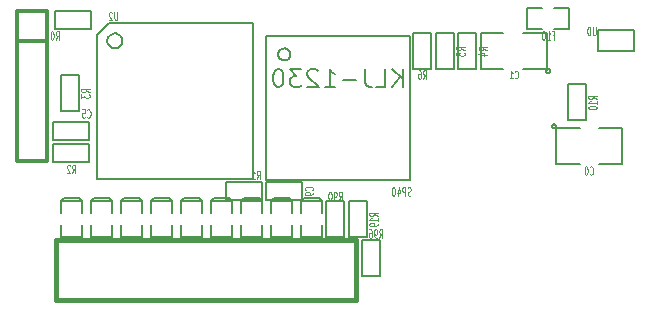
<source format=gbo>
G04 (created by PCBNEW-RS274X (2012-01-19 BZR 3256)-stable) date 26/03/2013 21:56:11*
G01*
G70*
G90*
%MOIN*%
G04 Gerber Fmt 3.4, Leading zero omitted, Abs format*
%FSLAX34Y34*%
G04 APERTURE LIST*
%ADD10C,0.006000*%
%ADD11C,0.005000*%
%ADD12C,0.012000*%
%ADD13C,0.015000*%
%ADD14C,0.004500*%
G04 APERTURE END LIST*
G54D10*
G54D11*
X89650Y-66250D02*
X88450Y-66250D01*
X88450Y-66250D02*
X88450Y-66850D01*
X88450Y-66850D02*
X89650Y-66850D01*
X89650Y-66850D02*
X89650Y-66250D01*
X100700Y-61900D02*
X100700Y-61200D01*
X100700Y-61200D02*
X99500Y-61200D01*
X99500Y-61200D02*
X99500Y-61900D01*
X99500Y-61900D02*
X100700Y-61900D01*
X98120Y-64400D02*
X98118Y-64413D01*
X98114Y-64426D01*
X98108Y-64438D01*
X98099Y-64449D01*
X98089Y-64458D01*
X98077Y-64464D01*
X98064Y-64468D01*
X98050Y-64469D01*
X98037Y-64468D01*
X98024Y-64464D01*
X98012Y-64458D01*
X98002Y-64450D01*
X97993Y-64439D01*
X97986Y-64427D01*
X97982Y-64414D01*
X97981Y-64400D01*
X97982Y-64388D01*
X97985Y-64375D01*
X97992Y-64363D01*
X98000Y-64352D01*
X98011Y-64343D01*
X98022Y-64336D01*
X98035Y-64332D01*
X98049Y-64331D01*
X98062Y-64332D01*
X98075Y-64335D01*
X98087Y-64341D01*
X98098Y-64350D01*
X98107Y-64360D01*
X98113Y-64372D01*
X98118Y-64385D01*
X98119Y-64399D01*
X98120Y-64400D01*
X99550Y-64450D02*
X100300Y-64450D01*
X100300Y-64450D02*
X100300Y-65650D01*
X100300Y-65650D02*
X99550Y-65650D01*
X98900Y-65650D02*
X98100Y-65650D01*
X98100Y-65650D02*
X98100Y-64450D01*
X98100Y-64450D02*
X98900Y-64450D01*
X97650Y-61150D02*
X97150Y-61150D01*
X97150Y-61150D02*
X97150Y-60450D01*
X97150Y-60450D02*
X97650Y-60450D01*
X98050Y-61150D02*
X98550Y-61150D01*
X98550Y-61150D02*
X98550Y-60450D01*
X98550Y-60450D02*
X98050Y-60450D01*
X91800Y-68100D02*
X91800Y-66900D01*
X91800Y-66900D02*
X91200Y-66900D01*
X91200Y-66900D02*
X91200Y-68100D01*
X91200Y-68100D02*
X91800Y-68100D01*
X91050Y-68100D02*
X91050Y-66900D01*
X91050Y-66900D02*
X90450Y-66900D01*
X90450Y-66900D02*
X90450Y-68100D01*
X90450Y-68100D02*
X91050Y-68100D01*
X99100Y-64200D02*
X99100Y-63000D01*
X99100Y-63000D02*
X98500Y-63000D01*
X98500Y-63000D02*
X98500Y-64200D01*
X98500Y-64200D02*
X99100Y-64200D01*
X81400Y-61150D02*
X82600Y-61150D01*
X82600Y-61150D02*
X82600Y-60550D01*
X82600Y-60550D02*
X81400Y-60550D01*
X81400Y-60550D02*
X81400Y-61150D01*
G54D12*
X81150Y-60550D02*
X80150Y-60550D01*
X80150Y-60550D02*
X80150Y-65550D01*
X80150Y-65550D02*
X81150Y-65550D01*
X81150Y-65550D02*
X81150Y-60550D01*
X81150Y-61550D02*
X80150Y-61550D01*
G54D13*
X91450Y-70200D02*
X81450Y-70200D01*
X91450Y-68200D02*
X81450Y-68200D01*
X81450Y-70200D02*
X81450Y-68200D01*
X91450Y-68200D02*
X91450Y-70200D01*
G54D11*
X82800Y-66150D02*
X88000Y-66150D01*
X88000Y-66150D02*
X88000Y-60950D01*
X88000Y-60950D02*
X83200Y-60950D01*
X83200Y-60950D02*
X82800Y-61350D01*
X82800Y-61350D02*
X82800Y-66150D01*
X83650Y-61550D02*
X83645Y-61598D01*
X83631Y-61645D01*
X83608Y-61688D01*
X83577Y-61726D01*
X83539Y-61757D01*
X83496Y-61780D01*
X83450Y-61794D01*
X83401Y-61799D01*
X83354Y-61795D01*
X83307Y-61781D01*
X83264Y-61759D01*
X83226Y-61728D01*
X83194Y-61691D01*
X83171Y-61648D01*
X83156Y-61601D01*
X83151Y-61553D01*
X83155Y-61505D01*
X83168Y-61458D01*
X83190Y-61415D01*
X83221Y-61377D01*
X83258Y-61345D01*
X83300Y-61321D01*
X83347Y-61306D01*
X83395Y-61301D01*
X83443Y-61304D01*
X83490Y-61317D01*
X83533Y-61339D01*
X83572Y-61369D01*
X83604Y-61406D01*
X83628Y-61449D01*
X83643Y-61495D01*
X83649Y-61544D01*
X83650Y-61550D01*
X85600Y-66900D02*
X85700Y-66800D01*
X85700Y-66800D02*
X86200Y-66800D01*
X86200Y-66800D02*
X86300Y-66900D01*
X85600Y-67300D02*
X85600Y-66900D01*
X85600Y-66900D02*
X86300Y-66900D01*
X86300Y-66900D02*
X86300Y-67300D01*
X85600Y-67700D02*
X85600Y-68100D01*
X85600Y-68100D02*
X86300Y-68100D01*
X86300Y-68100D02*
X86300Y-67700D01*
X83600Y-66900D02*
X83700Y-66800D01*
X83700Y-66800D02*
X84200Y-66800D01*
X84200Y-66800D02*
X84300Y-66900D01*
X83600Y-67300D02*
X83600Y-66900D01*
X83600Y-66900D02*
X84300Y-66900D01*
X84300Y-66900D02*
X84300Y-67300D01*
X83600Y-67700D02*
X83600Y-68100D01*
X83600Y-68100D02*
X84300Y-68100D01*
X84300Y-68100D02*
X84300Y-67700D01*
X84600Y-66900D02*
X84700Y-66800D01*
X84700Y-66800D02*
X85200Y-66800D01*
X85200Y-66800D02*
X85300Y-66900D01*
X84600Y-67300D02*
X84600Y-66900D01*
X84600Y-66900D02*
X85300Y-66900D01*
X85300Y-66900D02*
X85300Y-67300D01*
X84600Y-67700D02*
X84600Y-68100D01*
X84600Y-68100D02*
X85300Y-68100D01*
X85300Y-68100D02*
X85300Y-67700D01*
X86600Y-66900D02*
X86700Y-66800D01*
X86700Y-66800D02*
X87200Y-66800D01*
X87200Y-66800D02*
X87300Y-66900D01*
X86600Y-67300D02*
X86600Y-66900D01*
X86600Y-66900D02*
X87300Y-66900D01*
X87300Y-66900D02*
X87300Y-67300D01*
X86600Y-67700D02*
X86600Y-68100D01*
X86600Y-68100D02*
X87300Y-68100D01*
X87300Y-68100D02*
X87300Y-67700D01*
X87600Y-66900D02*
X87700Y-66800D01*
X87700Y-66800D02*
X88200Y-66800D01*
X88200Y-66800D02*
X88300Y-66900D01*
X87600Y-67300D02*
X87600Y-66900D01*
X87600Y-66900D02*
X88300Y-66900D01*
X88300Y-66900D02*
X88300Y-67300D01*
X87600Y-67700D02*
X87600Y-68100D01*
X87600Y-68100D02*
X88300Y-68100D01*
X88300Y-68100D02*
X88300Y-67700D01*
X81600Y-66900D02*
X81700Y-66800D01*
X81700Y-66800D02*
X82200Y-66800D01*
X82200Y-66800D02*
X82300Y-66900D01*
X81600Y-67300D02*
X81600Y-66900D01*
X81600Y-66900D02*
X82300Y-66900D01*
X82300Y-66900D02*
X82300Y-67300D01*
X81600Y-67700D02*
X81600Y-68100D01*
X81600Y-68100D02*
X82300Y-68100D01*
X82300Y-68100D02*
X82300Y-67700D01*
X82600Y-66900D02*
X82700Y-66800D01*
X82700Y-66800D02*
X83200Y-66800D01*
X83200Y-66800D02*
X83300Y-66900D01*
X82600Y-67300D02*
X82600Y-66900D01*
X82600Y-66900D02*
X83300Y-66900D01*
X83300Y-66900D02*
X83300Y-67300D01*
X82600Y-67700D02*
X82600Y-68100D01*
X82600Y-68100D02*
X83300Y-68100D01*
X83300Y-68100D02*
X83300Y-67700D01*
X89600Y-66900D02*
X89700Y-66800D01*
X89700Y-66800D02*
X90200Y-66800D01*
X90200Y-66800D02*
X90300Y-66900D01*
X89600Y-67300D02*
X89600Y-66900D01*
X89600Y-66900D02*
X90300Y-66900D01*
X90300Y-66900D02*
X90300Y-67300D01*
X89600Y-67700D02*
X89600Y-68100D01*
X89600Y-68100D02*
X90300Y-68100D01*
X90300Y-68100D02*
X90300Y-67700D01*
X88600Y-66900D02*
X88700Y-66800D01*
X88700Y-66800D02*
X89200Y-66800D01*
X89200Y-66800D02*
X89300Y-66900D01*
X88600Y-67300D02*
X88600Y-66900D01*
X88600Y-66900D02*
X89300Y-66900D01*
X89300Y-66900D02*
X89300Y-67300D01*
X88600Y-67700D02*
X88600Y-68100D01*
X88600Y-68100D02*
X89300Y-68100D01*
X89300Y-68100D02*
X89300Y-67700D01*
X81350Y-64850D02*
X82550Y-64850D01*
X82550Y-64850D02*
X82550Y-64250D01*
X82550Y-64250D02*
X81350Y-64250D01*
X81350Y-64250D02*
X81350Y-64850D01*
X82200Y-63900D02*
X82200Y-62700D01*
X82200Y-62700D02*
X81600Y-62700D01*
X81600Y-62700D02*
X81600Y-63900D01*
X81600Y-63900D02*
X82200Y-63900D01*
X97920Y-62550D02*
X97918Y-62563D01*
X97914Y-62576D01*
X97908Y-62588D01*
X97899Y-62599D01*
X97889Y-62608D01*
X97877Y-62614D01*
X97864Y-62618D01*
X97850Y-62619D01*
X97837Y-62618D01*
X97824Y-62614D01*
X97812Y-62608D01*
X97802Y-62600D01*
X97793Y-62589D01*
X97786Y-62577D01*
X97782Y-62564D01*
X97781Y-62550D01*
X97782Y-62538D01*
X97785Y-62525D01*
X97792Y-62513D01*
X97800Y-62502D01*
X97811Y-62493D01*
X97822Y-62486D01*
X97835Y-62482D01*
X97849Y-62481D01*
X97862Y-62482D01*
X97875Y-62485D01*
X97887Y-62491D01*
X97898Y-62500D01*
X97907Y-62510D01*
X97913Y-62522D01*
X97918Y-62535D01*
X97919Y-62549D01*
X97920Y-62550D01*
X96350Y-62500D02*
X95600Y-62500D01*
X95600Y-62500D02*
X95600Y-61300D01*
X95600Y-61300D02*
X96350Y-61300D01*
X97000Y-61300D02*
X97800Y-61300D01*
X97800Y-61300D02*
X97800Y-62500D01*
X97800Y-62500D02*
X97000Y-62500D01*
X92250Y-69400D02*
X92250Y-68200D01*
X92250Y-68200D02*
X91650Y-68200D01*
X91650Y-68200D02*
X91650Y-69400D01*
X91650Y-69400D02*
X92250Y-69400D01*
X89250Y-62000D02*
X89246Y-62038D01*
X89234Y-62076D01*
X89216Y-62110D01*
X89191Y-62140D01*
X89161Y-62165D01*
X89127Y-62184D01*
X89090Y-62195D01*
X89051Y-62199D01*
X89013Y-62196D01*
X88976Y-62185D01*
X88941Y-62167D01*
X88911Y-62142D01*
X88885Y-62112D01*
X88867Y-62078D01*
X88855Y-62041D01*
X88851Y-62002D01*
X88854Y-61964D01*
X88865Y-61927D01*
X88882Y-61892D01*
X88907Y-61862D01*
X88936Y-61836D01*
X88970Y-61817D01*
X89008Y-61805D01*
X89046Y-61801D01*
X89084Y-61804D01*
X89122Y-61814D01*
X89157Y-61832D01*
X89187Y-61856D01*
X89213Y-61885D01*
X89232Y-61919D01*
X89245Y-61956D01*
X89249Y-61995D01*
X89250Y-62000D01*
X93250Y-61400D02*
X88450Y-61400D01*
X88450Y-61400D02*
X88450Y-66200D01*
X88450Y-66200D02*
X93250Y-66200D01*
X93250Y-66200D02*
X93250Y-61400D01*
X95450Y-62500D02*
X95450Y-61300D01*
X95450Y-61300D02*
X94850Y-61300D01*
X94850Y-61300D02*
X94850Y-62500D01*
X94850Y-62500D02*
X95450Y-62500D01*
X94700Y-62500D02*
X94700Y-61300D01*
X94700Y-61300D02*
X94100Y-61300D01*
X94100Y-61300D02*
X94100Y-62500D01*
X94100Y-62500D02*
X94700Y-62500D01*
X93950Y-62500D02*
X93950Y-61300D01*
X93950Y-61300D02*
X93350Y-61300D01*
X93350Y-61300D02*
X93350Y-62500D01*
X93350Y-62500D02*
X93950Y-62500D01*
X82550Y-65000D02*
X81350Y-65000D01*
X81350Y-65000D02*
X81350Y-65600D01*
X81350Y-65600D02*
X82550Y-65600D01*
X82550Y-65600D02*
X82550Y-65000D01*
X88300Y-66250D02*
X87100Y-66250D01*
X87100Y-66250D02*
X87100Y-66850D01*
X87100Y-66850D02*
X88300Y-66850D01*
X88300Y-66850D02*
X88300Y-66250D01*
G54D14*
X89987Y-66521D02*
X90000Y-66512D01*
X90013Y-66486D01*
X90013Y-66469D01*
X90000Y-66444D01*
X89973Y-66426D01*
X89947Y-66418D01*
X89893Y-66409D01*
X89853Y-66409D01*
X89800Y-66418D01*
X89773Y-66426D01*
X89747Y-66444D01*
X89733Y-66469D01*
X89733Y-66486D01*
X89747Y-66512D01*
X89760Y-66521D01*
X90013Y-66606D02*
X90013Y-66641D01*
X90000Y-66658D01*
X89987Y-66666D01*
X89947Y-66684D01*
X89893Y-66692D01*
X89787Y-66692D01*
X89760Y-66684D01*
X89747Y-66675D01*
X89733Y-66658D01*
X89733Y-66624D01*
X89747Y-66606D01*
X89760Y-66598D01*
X89787Y-66589D01*
X89853Y-66589D01*
X89880Y-66598D01*
X89893Y-66606D01*
X89907Y-66624D01*
X89907Y-66658D01*
X89893Y-66675D01*
X89880Y-66684D01*
X89853Y-66692D01*
X99437Y-61083D02*
X99437Y-61310D01*
X99429Y-61337D01*
X99420Y-61350D01*
X99403Y-61363D01*
X99369Y-61363D01*
X99351Y-61350D01*
X99343Y-61337D01*
X99334Y-61310D01*
X99334Y-61083D01*
X99214Y-61083D02*
X99197Y-61083D01*
X99180Y-61097D01*
X99171Y-61110D01*
X99162Y-61137D01*
X99154Y-61190D01*
X99154Y-61257D01*
X99162Y-61310D01*
X99171Y-61337D01*
X99180Y-61350D01*
X99197Y-61363D01*
X99214Y-61363D01*
X99231Y-61350D01*
X99240Y-61337D01*
X99248Y-61310D01*
X99257Y-61257D01*
X99257Y-61190D01*
X99248Y-61137D01*
X99240Y-61110D01*
X99231Y-61097D01*
X99214Y-61083D01*
X99229Y-65987D02*
X99238Y-66000D01*
X99264Y-66013D01*
X99281Y-66013D01*
X99306Y-66000D01*
X99324Y-65973D01*
X99332Y-65947D01*
X99341Y-65893D01*
X99341Y-65853D01*
X99332Y-65800D01*
X99324Y-65773D01*
X99306Y-65747D01*
X99281Y-65733D01*
X99264Y-65733D01*
X99238Y-65747D01*
X99229Y-65760D01*
X99118Y-65733D02*
X99101Y-65733D01*
X99084Y-65747D01*
X99075Y-65760D01*
X99066Y-65787D01*
X99058Y-65840D01*
X99058Y-65907D01*
X99066Y-65960D01*
X99075Y-65987D01*
X99084Y-66000D01*
X99101Y-66013D01*
X99118Y-66013D01*
X99135Y-66000D01*
X99144Y-65987D01*
X99152Y-65960D01*
X99161Y-65907D01*
X99161Y-65840D01*
X99152Y-65787D01*
X99144Y-65760D01*
X99135Y-65747D01*
X99118Y-65733D01*
X97995Y-61367D02*
X98055Y-61367D01*
X98055Y-61513D02*
X98055Y-61233D01*
X97969Y-61233D01*
X97807Y-61513D02*
X97910Y-61513D01*
X97858Y-61513D02*
X97858Y-61233D01*
X97875Y-61273D01*
X97893Y-61300D01*
X97910Y-61313D01*
X97696Y-61233D02*
X97679Y-61233D01*
X97662Y-61247D01*
X97653Y-61260D01*
X97644Y-61287D01*
X97636Y-61340D01*
X97636Y-61407D01*
X97644Y-61460D01*
X97653Y-61487D01*
X97662Y-61500D01*
X97679Y-61513D01*
X97696Y-61513D01*
X97713Y-61500D01*
X97722Y-61487D01*
X97730Y-61460D01*
X97739Y-61407D01*
X97739Y-61340D01*
X97730Y-61287D01*
X97722Y-61260D01*
X97713Y-61247D01*
X97696Y-61233D01*
X92163Y-67385D02*
X92030Y-67325D01*
X92163Y-67282D02*
X91883Y-67282D01*
X91883Y-67350D01*
X91897Y-67368D01*
X91910Y-67376D01*
X91937Y-67385D01*
X91977Y-67385D01*
X92003Y-67376D01*
X92017Y-67368D01*
X92030Y-67350D01*
X92030Y-67282D01*
X92163Y-67556D02*
X92163Y-67453D01*
X92163Y-67505D02*
X91883Y-67505D01*
X91923Y-67488D01*
X91950Y-67470D01*
X91963Y-67453D01*
X92163Y-67641D02*
X92163Y-67676D01*
X92150Y-67693D01*
X92137Y-67701D01*
X92097Y-67719D01*
X92043Y-67727D01*
X91937Y-67727D01*
X91910Y-67719D01*
X91897Y-67710D01*
X91883Y-67693D01*
X91883Y-67659D01*
X91897Y-67641D01*
X91910Y-67633D01*
X91937Y-67624D01*
X92003Y-67624D01*
X92030Y-67633D01*
X92043Y-67641D01*
X92057Y-67659D01*
X92057Y-67693D01*
X92043Y-67710D01*
X92030Y-67719D01*
X92003Y-67727D01*
X90865Y-66863D02*
X90925Y-66730D01*
X90968Y-66863D02*
X90968Y-66583D01*
X90900Y-66583D01*
X90882Y-66597D01*
X90874Y-66610D01*
X90865Y-66637D01*
X90865Y-66677D01*
X90874Y-66703D01*
X90882Y-66717D01*
X90900Y-66730D01*
X90968Y-66730D01*
X90780Y-66863D02*
X90745Y-66863D01*
X90728Y-66850D01*
X90720Y-66837D01*
X90702Y-66797D01*
X90694Y-66743D01*
X90694Y-66637D01*
X90702Y-66610D01*
X90711Y-66597D01*
X90728Y-66583D01*
X90762Y-66583D01*
X90780Y-66597D01*
X90788Y-66610D01*
X90797Y-66637D01*
X90797Y-66703D01*
X90788Y-66730D01*
X90780Y-66743D01*
X90762Y-66757D01*
X90728Y-66757D01*
X90711Y-66743D01*
X90702Y-66730D01*
X90694Y-66703D01*
X90583Y-66583D02*
X90566Y-66583D01*
X90549Y-66597D01*
X90540Y-66610D01*
X90531Y-66637D01*
X90523Y-66690D01*
X90523Y-66757D01*
X90531Y-66810D01*
X90540Y-66837D01*
X90549Y-66850D01*
X90566Y-66863D01*
X90583Y-66863D01*
X90600Y-66850D01*
X90609Y-66837D01*
X90617Y-66810D01*
X90626Y-66757D01*
X90626Y-66690D01*
X90617Y-66637D01*
X90609Y-66610D01*
X90600Y-66597D01*
X90583Y-66583D01*
X99463Y-63485D02*
X99330Y-63425D01*
X99463Y-63382D02*
X99183Y-63382D01*
X99183Y-63450D01*
X99197Y-63468D01*
X99210Y-63476D01*
X99237Y-63485D01*
X99277Y-63485D01*
X99303Y-63476D01*
X99317Y-63468D01*
X99330Y-63450D01*
X99330Y-63382D01*
X99463Y-63656D02*
X99463Y-63553D01*
X99463Y-63605D02*
X99183Y-63605D01*
X99223Y-63588D01*
X99250Y-63570D01*
X99263Y-63553D01*
X99183Y-63767D02*
X99183Y-63784D01*
X99197Y-63801D01*
X99210Y-63810D01*
X99237Y-63819D01*
X99290Y-63827D01*
X99357Y-63827D01*
X99410Y-63819D01*
X99437Y-63810D01*
X99450Y-63801D01*
X99463Y-63784D01*
X99463Y-63767D01*
X99450Y-63750D01*
X99437Y-63741D01*
X99410Y-63733D01*
X99357Y-63724D01*
X99290Y-63724D01*
X99237Y-63733D01*
X99210Y-63741D01*
X99197Y-63750D01*
X99183Y-63767D01*
X81429Y-61513D02*
X81489Y-61380D01*
X81532Y-61513D02*
X81532Y-61233D01*
X81464Y-61233D01*
X81446Y-61247D01*
X81438Y-61260D01*
X81429Y-61287D01*
X81429Y-61327D01*
X81438Y-61353D01*
X81446Y-61367D01*
X81464Y-61380D01*
X81532Y-61380D01*
X81318Y-61233D02*
X81301Y-61233D01*
X81284Y-61247D01*
X81275Y-61260D01*
X81266Y-61287D01*
X81258Y-61340D01*
X81258Y-61407D01*
X81266Y-61460D01*
X81275Y-61487D01*
X81284Y-61500D01*
X81301Y-61513D01*
X81318Y-61513D01*
X81335Y-61500D01*
X81344Y-61487D01*
X81352Y-61460D01*
X81361Y-61407D01*
X81361Y-61340D01*
X81352Y-61287D01*
X81344Y-61260D01*
X81335Y-61247D01*
X81318Y-61233D01*
X83487Y-60601D02*
X83487Y-60804D01*
X83479Y-60827D01*
X83470Y-60839D01*
X83453Y-60851D01*
X83419Y-60851D01*
X83401Y-60839D01*
X83393Y-60827D01*
X83384Y-60804D01*
X83384Y-60601D01*
X83307Y-60625D02*
X83298Y-60613D01*
X83281Y-60601D01*
X83238Y-60601D01*
X83221Y-60613D01*
X83212Y-60625D01*
X83204Y-60649D01*
X83204Y-60673D01*
X83212Y-60708D01*
X83315Y-60851D01*
X83204Y-60851D01*
X82479Y-64087D02*
X82488Y-64100D01*
X82514Y-64113D01*
X82531Y-64113D01*
X82556Y-64100D01*
X82574Y-64073D01*
X82582Y-64047D01*
X82591Y-63993D01*
X82591Y-63953D01*
X82582Y-63900D01*
X82574Y-63873D01*
X82556Y-63847D01*
X82531Y-63833D01*
X82514Y-63833D01*
X82488Y-63847D01*
X82479Y-63860D01*
X82316Y-63833D02*
X82402Y-63833D01*
X82411Y-63967D01*
X82402Y-63953D01*
X82385Y-63940D01*
X82342Y-63940D01*
X82325Y-63953D01*
X82316Y-63967D01*
X82308Y-63993D01*
X82308Y-64060D01*
X82316Y-64087D01*
X82325Y-64100D01*
X82342Y-64113D01*
X82385Y-64113D01*
X82402Y-64100D01*
X82411Y-64087D01*
X82563Y-63271D02*
X82430Y-63211D01*
X82563Y-63168D02*
X82283Y-63168D01*
X82283Y-63236D01*
X82297Y-63254D01*
X82310Y-63262D01*
X82337Y-63271D01*
X82377Y-63271D01*
X82403Y-63262D01*
X82417Y-63254D01*
X82430Y-63236D01*
X82430Y-63168D01*
X82283Y-63331D02*
X82283Y-63442D01*
X82390Y-63382D01*
X82390Y-63408D01*
X82403Y-63425D01*
X82417Y-63434D01*
X82443Y-63442D01*
X82510Y-63442D01*
X82537Y-63434D01*
X82550Y-63425D01*
X82563Y-63408D01*
X82563Y-63356D01*
X82550Y-63339D01*
X82537Y-63331D01*
X96729Y-62777D02*
X96738Y-62789D01*
X96764Y-62801D01*
X96781Y-62801D01*
X96806Y-62789D01*
X96824Y-62765D01*
X96832Y-62742D01*
X96841Y-62694D01*
X96841Y-62658D01*
X96832Y-62611D01*
X96824Y-62587D01*
X96806Y-62563D01*
X96781Y-62551D01*
X96764Y-62551D01*
X96738Y-62563D01*
X96729Y-62575D01*
X96558Y-62801D02*
X96661Y-62801D01*
X96609Y-62801D02*
X96609Y-62551D01*
X96626Y-62587D01*
X96644Y-62611D01*
X96661Y-62623D01*
X92215Y-68113D02*
X92275Y-67980D01*
X92318Y-68113D02*
X92318Y-67833D01*
X92250Y-67833D01*
X92232Y-67847D01*
X92224Y-67860D01*
X92215Y-67887D01*
X92215Y-67927D01*
X92224Y-67953D01*
X92232Y-67967D01*
X92250Y-67980D01*
X92318Y-67980D01*
X92130Y-68113D02*
X92095Y-68113D01*
X92078Y-68100D01*
X92070Y-68087D01*
X92052Y-68047D01*
X92044Y-67993D01*
X92044Y-67887D01*
X92052Y-67860D01*
X92061Y-67847D01*
X92078Y-67833D01*
X92112Y-67833D01*
X92130Y-67847D01*
X92138Y-67860D01*
X92147Y-67887D01*
X92147Y-67953D01*
X92138Y-67980D01*
X92130Y-67993D01*
X92112Y-68007D01*
X92078Y-68007D01*
X92061Y-67993D01*
X92052Y-67980D01*
X92044Y-67953D01*
X91890Y-67833D02*
X91924Y-67833D01*
X91941Y-67847D01*
X91950Y-67860D01*
X91967Y-67900D01*
X91976Y-67953D01*
X91976Y-68060D01*
X91967Y-68087D01*
X91959Y-68100D01*
X91941Y-68113D01*
X91907Y-68113D01*
X91890Y-68100D01*
X91881Y-68087D01*
X91873Y-68060D01*
X91873Y-67993D01*
X91881Y-67967D01*
X91890Y-67953D01*
X91907Y-67940D01*
X91941Y-67940D01*
X91959Y-67953D01*
X91967Y-67967D01*
X91976Y-67993D01*
X93262Y-66700D02*
X93236Y-66713D01*
X93193Y-66713D01*
X93176Y-66700D01*
X93167Y-66687D01*
X93159Y-66660D01*
X93159Y-66633D01*
X93167Y-66607D01*
X93176Y-66593D01*
X93193Y-66580D01*
X93227Y-66567D01*
X93245Y-66553D01*
X93253Y-66540D01*
X93262Y-66513D01*
X93262Y-66487D01*
X93253Y-66460D01*
X93245Y-66447D01*
X93227Y-66433D01*
X93185Y-66433D01*
X93159Y-66447D01*
X93082Y-66713D02*
X93082Y-66433D01*
X93014Y-66433D01*
X92996Y-66447D01*
X92988Y-66460D01*
X92979Y-66487D01*
X92979Y-66527D01*
X92988Y-66553D01*
X92996Y-66567D01*
X93014Y-66580D01*
X93082Y-66580D01*
X92825Y-66527D02*
X92825Y-66713D01*
X92868Y-66420D02*
X92911Y-66620D01*
X92799Y-66620D01*
X92697Y-66433D02*
X92680Y-66433D01*
X92663Y-66447D01*
X92654Y-66460D01*
X92645Y-66487D01*
X92637Y-66540D01*
X92637Y-66607D01*
X92645Y-66660D01*
X92654Y-66687D01*
X92663Y-66700D01*
X92680Y-66713D01*
X92697Y-66713D01*
X92714Y-66700D01*
X92723Y-66687D01*
X92731Y-66660D01*
X92740Y-66607D01*
X92740Y-66540D01*
X92731Y-66487D01*
X92723Y-66460D01*
X92714Y-66447D01*
X92697Y-66433D01*
G54D11*
X92992Y-63093D02*
X92992Y-62493D01*
X92649Y-63093D02*
X92906Y-62750D01*
X92649Y-62493D02*
X92992Y-62836D01*
X92106Y-63093D02*
X92392Y-63093D01*
X92392Y-62493D01*
X91735Y-62493D02*
X91735Y-62921D01*
X91763Y-63007D01*
X91820Y-63064D01*
X91906Y-63093D01*
X91963Y-63093D01*
X91449Y-62864D02*
X90992Y-62864D01*
X90392Y-63093D02*
X90735Y-63093D01*
X90563Y-63093D02*
X90563Y-62493D01*
X90620Y-62579D01*
X90678Y-62636D01*
X90735Y-62664D01*
X90164Y-62550D02*
X90135Y-62521D01*
X90078Y-62493D01*
X89935Y-62493D01*
X89878Y-62521D01*
X89849Y-62550D01*
X89821Y-62607D01*
X89821Y-62664D01*
X89849Y-62750D01*
X90192Y-63093D01*
X89821Y-63093D01*
X89621Y-62493D02*
X89250Y-62493D01*
X89450Y-62721D01*
X89364Y-62721D01*
X89307Y-62750D01*
X89278Y-62779D01*
X89250Y-62836D01*
X89250Y-62979D01*
X89278Y-63036D01*
X89307Y-63064D01*
X89364Y-63093D01*
X89536Y-63093D01*
X89593Y-63064D01*
X89621Y-63036D01*
X88879Y-62493D02*
X88822Y-62493D01*
X88765Y-62521D01*
X88736Y-62550D01*
X88707Y-62607D01*
X88679Y-62721D01*
X88679Y-62864D01*
X88707Y-62979D01*
X88736Y-63036D01*
X88765Y-63064D01*
X88822Y-63093D01*
X88879Y-63093D01*
X88936Y-63064D01*
X88965Y-63036D01*
X88993Y-62979D01*
X89022Y-62864D01*
X89022Y-62721D01*
X88993Y-62607D01*
X88965Y-62550D01*
X88936Y-62521D01*
X88879Y-62493D01*
G54D14*
X95813Y-61871D02*
X95680Y-61811D01*
X95813Y-61768D02*
X95533Y-61768D01*
X95533Y-61836D01*
X95547Y-61854D01*
X95560Y-61862D01*
X95587Y-61871D01*
X95627Y-61871D01*
X95653Y-61862D01*
X95667Y-61854D01*
X95680Y-61836D01*
X95680Y-61768D01*
X95627Y-62025D02*
X95813Y-62025D01*
X95520Y-61982D02*
X95720Y-61939D01*
X95720Y-62051D01*
X95063Y-61871D02*
X94930Y-61811D01*
X95063Y-61768D02*
X94783Y-61768D01*
X94783Y-61836D01*
X94797Y-61854D01*
X94810Y-61862D01*
X94837Y-61871D01*
X94877Y-61871D01*
X94903Y-61862D01*
X94917Y-61854D01*
X94930Y-61836D01*
X94930Y-61768D01*
X94783Y-62034D02*
X94783Y-61948D01*
X94917Y-61939D01*
X94903Y-61948D01*
X94890Y-61965D01*
X94890Y-62008D01*
X94903Y-62025D01*
X94917Y-62034D01*
X94943Y-62042D01*
X95010Y-62042D01*
X95037Y-62034D01*
X95050Y-62025D01*
X95063Y-62008D01*
X95063Y-61965D01*
X95050Y-61948D01*
X95037Y-61939D01*
X93679Y-62813D02*
X93739Y-62680D01*
X93782Y-62813D02*
X93782Y-62533D01*
X93714Y-62533D01*
X93696Y-62547D01*
X93688Y-62560D01*
X93679Y-62587D01*
X93679Y-62627D01*
X93688Y-62653D01*
X93696Y-62667D01*
X93714Y-62680D01*
X93782Y-62680D01*
X93525Y-62533D02*
X93559Y-62533D01*
X93576Y-62547D01*
X93585Y-62560D01*
X93602Y-62600D01*
X93611Y-62653D01*
X93611Y-62760D01*
X93602Y-62787D01*
X93594Y-62800D01*
X93576Y-62813D01*
X93542Y-62813D01*
X93525Y-62800D01*
X93516Y-62787D01*
X93508Y-62760D01*
X93508Y-62693D01*
X93516Y-62667D01*
X93525Y-62653D01*
X93542Y-62640D01*
X93576Y-62640D01*
X93594Y-62653D01*
X93602Y-62667D01*
X93611Y-62693D01*
X81979Y-65963D02*
X82039Y-65830D01*
X82082Y-65963D02*
X82082Y-65683D01*
X82014Y-65683D01*
X81996Y-65697D01*
X81988Y-65710D01*
X81979Y-65737D01*
X81979Y-65777D01*
X81988Y-65803D01*
X81996Y-65817D01*
X82014Y-65830D01*
X82082Y-65830D01*
X81911Y-65710D02*
X81902Y-65697D01*
X81885Y-65683D01*
X81842Y-65683D01*
X81825Y-65697D01*
X81816Y-65710D01*
X81808Y-65737D01*
X81808Y-65763D01*
X81816Y-65803D01*
X81919Y-65963D01*
X81808Y-65963D01*
X88129Y-66163D02*
X88189Y-66030D01*
X88232Y-66163D02*
X88232Y-65883D01*
X88164Y-65883D01*
X88146Y-65897D01*
X88138Y-65910D01*
X88129Y-65937D01*
X88129Y-65977D01*
X88138Y-66003D01*
X88146Y-66017D01*
X88164Y-66030D01*
X88232Y-66030D01*
X87958Y-66163D02*
X88061Y-66163D01*
X88009Y-66163D02*
X88009Y-65883D01*
X88026Y-65923D01*
X88044Y-65950D01*
X88061Y-65963D01*
M02*

</source>
